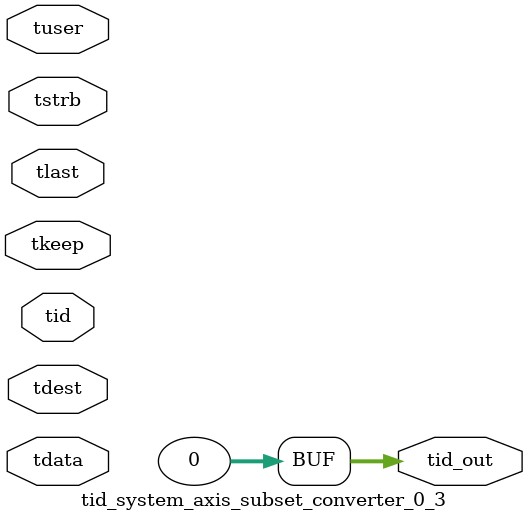
<source format=v>


`timescale 1ps/1ps

module tid_system_axis_subset_converter_0_3 #
(
parameter C_S_AXIS_TID_WIDTH   = 1,
parameter C_S_AXIS_TUSER_WIDTH = 0,
parameter C_S_AXIS_TDATA_WIDTH = 0,
parameter C_S_AXIS_TDEST_WIDTH = 0,
parameter C_M_AXIS_TID_WIDTH   = 32
)
(
input  [(C_S_AXIS_TID_WIDTH   == 0 ? 1 : C_S_AXIS_TID_WIDTH)-1:0       ] tid,
input  [(C_S_AXIS_TDATA_WIDTH == 0 ? 1 : C_S_AXIS_TDATA_WIDTH)-1:0     ] tdata,
input  [(C_S_AXIS_TUSER_WIDTH == 0 ? 1 : C_S_AXIS_TUSER_WIDTH)-1:0     ] tuser,
input  [(C_S_AXIS_TDEST_WIDTH == 0 ? 1 : C_S_AXIS_TDEST_WIDTH)-1:0     ] tdest,
input  [(C_S_AXIS_TDATA_WIDTH/8)-1:0 ] tkeep,
input  [(C_S_AXIS_TDATA_WIDTH/8)-1:0 ] tstrb,
input                                                                    tlast,
output [(C_M_AXIS_TID_WIDTH   == 0 ? 1 : C_M_AXIS_TID_WIDTH)-1:0       ] tid_out
);

assign tid_out = {1'b0};

endmodule


</source>
